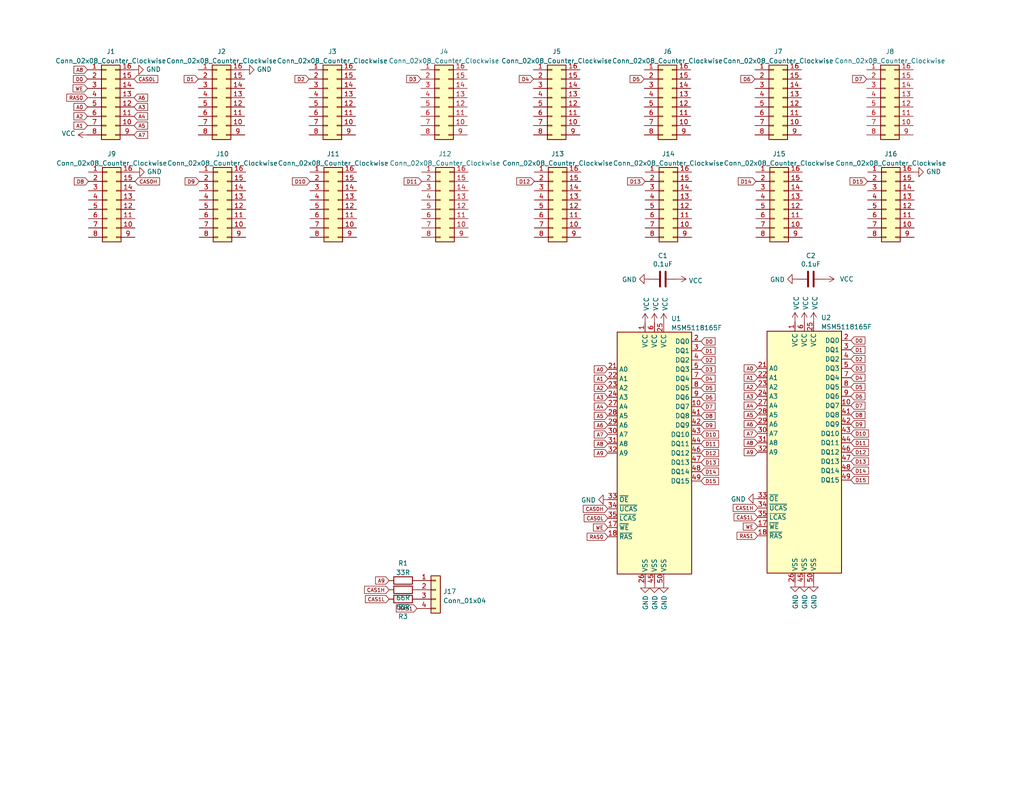
<source format=kicad_sch>
(kicad_sch (version 20211123) (generator eeschema)
  (paper "A")
  (title_block (title "Atari ST 4MB Memory Expansion") (date "2023-09-22") (comment 3 "© 2023 BackBit") (comment 4 "Author: Evie Salomon"))
  (lib_symbols
    (symbol "Connector_Generic:Conn_01x04" (pin_names (offset 1.016) hide)
      (property "Reference" "J" (at 0 5.08 0))
      (property "Value" "Conn_01x04" (at 0 -7.62 0))
      (symbol "Conn_01x04_1_1"
        (rectangle (start -1.27 -4.953) (end 0 -5.207) (stroke (width 0.1524)))
        (rectangle (start -1.27 -2.413) (end 0 -2.667) (stroke (width 0.1524)))
        (rectangle (start -1.27 0.127) (end 0 -0.127) (stroke (width 0.1524)))
        (rectangle (start -1.27 2.667) (end 0 2.413) (stroke (width 0.1524)))
        (rectangle (start -1.27 3.81) (end 1.27 -6.35) (stroke (width 0.254)) (fill (type background)))
        (pin passive line (at -5.08 2.54 0) (length 3.81) (name "Pin_1") (number "1"))
        (pin passive line (at -5.08 0 0) (length 3.81) (name "Pin_2") (number "2"))
        (pin passive line (at -5.08 -2.54 0) (length 3.81) (name "Pin_3") (number "3"))
        (pin passive line (at -5.08 -5.08 0) (length 3.81) (name "Pin_4") (number "4"))
      )
    )
    (symbol "Connector_Generic:Conn_02x08_Counter_Clockwise" (pin_names (offset 1.016) hide)
      (property "Reference" "J" (at 1.27 10.16 0))
      (property "Value" "Conn_02x08_Counter_Clockwise" (at 1.27 -12.7 0))
      (symbol "Conn_02x08_Counter_Clockwise_1_1"
        (rectangle (start -1.27 -10.033) (end 0 -10.287) (stroke (width 0.1524)))
        (rectangle (start -1.27 -7.493) (end 0 -7.747) (stroke (width 0.1524)))
        (rectangle (start -1.27 -4.953) (end 0 -5.207) (stroke (width 0.1524)))
        (rectangle (start -1.27 -2.413) (end 0 -2.667) (stroke (width 0.1524)))
        (rectangle (start -1.27 0.127) (end 0 -0.127) (stroke (width 0.1524)))
        (rectangle (start -1.27 2.667) (end 0 2.413) (stroke (width 0.1524)))
        (rectangle (start -1.27 5.207) (end 0 4.953) (stroke (width 0.1524)))
        (rectangle (start -1.27 7.747) (end 0 7.493) (stroke (width 0.1524)))
        (rectangle (start -1.27 8.89) (end 3.81 -11.43) (stroke (width 0.254)) (fill (type background)))
        (rectangle (start 3.81 -10.033) (end 2.54 -10.287) (stroke (width 0.1524)))
        (rectangle (start 3.81 -7.493) (end 2.54 -7.747) (stroke (width 0.1524)))
        (rectangle (start 3.81 -4.953) (end 2.54 -5.207) (stroke (width 0.1524)))
        (rectangle (start 3.81 -2.413) (end 2.54 -2.667) (stroke (width 0.1524)))
        (rectangle (start 3.81 0.127) (end 2.54 -0.127) (stroke (width 0.1524)))
        (rectangle (start 3.81 2.667) (end 2.54 2.413) (stroke (width 0.1524)))
        (rectangle (start 3.81 5.207) (end 2.54 4.953) (stroke (width 0.1524)))
        (rectangle (start 3.81 7.747) (end 2.54 7.493) (stroke (width 0.1524)))
        (pin passive line (at -5.08 7.62 0) (length 3.81) (name "Pin_1") (number "1"))
        (pin passive line (at 7.62 -7.62 180) (length 3.81) (name "Pin_10") (number "10"))
        (pin passive line (at 7.62 -5.08 180) (length 3.81) (name "Pin_11") (number "11"))
        (pin passive line (at 7.62 -2.54 180) (length 3.81) (name "Pin_12") (number "12"))
        (pin passive line (at 7.62 0 180) (length 3.81) (name "Pin_13") (number "13"))
        (pin passive line (at 7.62 2.54 180) (length 3.81) (name "Pin_14") (number "14"))
        (pin passive line (at 7.62 5.08 180) (length 3.81) (name "Pin_15") (number "15"))
        (pin passive line (at 7.62 7.62 180) (length 3.81) (name "Pin_16") (number "16"))
        (pin passive line (at -5.08 5.08 0) (length 3.81) (name "Pin_2") (number "2"))
        (pin passive line (at -5.08 2.54 0) (length 3.81) (name "Pin_3") (number "3"))
        (pin passive line (at -5.08 0 0) (length 3.81) (name "Pin_4") (number "4"))
        (pin passive line (at -5.08 -2.54 0) (length 3.81) (name "Pin_5") (number "5"))
        (pin passive line (at -5.08 -5.08 0) (length 3.81) (name "Pin_6") (number "6"))
        (pin passive line (at -5.08 -7.62 0) (length 3.81) (name "Pin_7") (number "7"))
        (pin passive line (at -5.08 -10.16 0) (length 3.81) (name "Pin_8") (number "8"))
        (pin passive line (at 7.62 -10.16 180) (length 3.81) (name "Pin_9") (number "9"))
      )
    )
    (symbol "Device:C" (pin_numbers hide) (pin_names (offset 0.254))
      (property "Reference" "C" (at 0.635 2.54 0))
      (property "Value" "C" (at 0.635 -2.54 0))
      (symbol "C_0_1"
        (polyline (pts (xy -2.032 -0.762) (xy 2.032 -0.762)) (stroke (width 0.508)))
        (polyline (pts (xy -2.032 0.762) (xy 2.032 0.762)) (stroke (width 0.508)))
      )
      (symbol "C_1_1"
        (pin passive line (at 0 3.81 270) (length 2.794) (name "~") (number "1"))
        (pin passive line (at 0 -3.81 90) (length 2.794) (name "~") (number "2"))
      )
    )
    (symbol "Device:R" (pin_numbers hide) (pin_names (offset 0))
      (property "Reference" "R" (at 2.032 0 90))
      (property "Value" "R" (at 0 0 90))
      (symbol "R_0_1"
        (rectangle (start -1.016 -2.54) (end 1.016 2.54) (stroke (width 0.254)))
      )
      (symbol "R_1_1"
        (pin passive line (at 0 3.81 270) (length 1.27) (name "~") (number "1"))
        (pin passive line (at 0 -3.81 90) (length 1.27) (name "~") (number "2"))
      )
    )
    (symbol "Memory_RAM:MSM5118165F"
      (property "Reference" "U?" (at 2.0194 36.7198 0))
      (property "Value" "MSM5118165F" (at 2.0194 34.1829 0))
      (symbol "MSM5118165F_0_1"
        (rectangle (start -10.16 33.02) (end 10.16 -33.02) (stroke (width 0.254)) (fill (type background)))
      )
      (symbol "MSM5118165F_1_1"
        (pin power_in line (at -2.54 35.56 270) (length 2.54) (name "VCC") (number "1"))
        (pin bidirectional line (at 12.7 12.7 180) (length 2.54) (name "DQ7") (number "10"))
        (pin no_connect line (at 10.16 -12.065 180) (length 2.54) hide (name "NC") (number "11"))
        (pin no_connect line (at 10.16 -14.605 180) (length 2.54) hide (name "NC") (number "15"))
        (pin no_connect line (at 10.16 -17.145 180) (length 2.54) hide (name "NC") (number "16"))
        (pin input line (at -12.7 -20.32 0) (length 2.54) (name "~{WE}") (number "17"))
        (pin input line (at -12.7 -22.86 0) (length 2.54) (name "~{RAS}") (number "18"))
        (pin no_connect line (at 10.16 -19.685 180) (length 2.54) hide (name "NC") (number "19"))
        (pin bidirectional line (at 12.7 30.48 180) (length 2.54) (name "DQ0") (number "2"))
        (pin no_connect line (at 10.16 -22.225 180) (length 2.54) hide (name "NC") (number "20"))
        (pin input line (at -12.7 22.86 0) (length 2.54) (name "A0") (number "21"))
        (pin input line (at -12.7 20.32 0) (length 2.54) (name "A1") (number "22"))
        (pin input line (at -12.7 17.78 0) (length 2.54) (name "A2") (number "23"))
        (pin input line (at -12.7 15.24 0) (length 2.54) (name "A3") (number "24"))
        (pin power_in line (at 2.54 35.56 270) (length 2.54) (name "VCC") (number "25"))
        (pin power_in line (at -2.54 -35.56 90) (length 2.54) (name "VSS") (number "26"))
        (pin input line (at -12.7 12.7 0) (length 2.54) (name "A4") (number "27"))
        (pin input line (at -12.7 10.16 0) (length 2.54) (name "A5") (number "28"))
        (pin input line (at -12.7 7.62 0) (length 2.54) (name "A6") (number "29"))
        (pin bidirectional line (at 12.7 27.94 180) (length 2.54) (name "DQ1") (number "3"))
        (pin input line (at -12.7 5.08 0) (length 2.54) (name "A7") (number "30"))
        (pin input line (at -12.7 2.54 0) (length 2.54) (name "A8") (number "31"))
        (pin input line (at -12.7 0 0) (length 2.54) (name "A9") (number "32"))
        (pin input line (at -12.7 -12.7 0) (length 2.54) (name "~{OE}") (number "33"))
        (pin input line (at -12.7 -15.24 0) (length 2.54) (name "~{UCAS}") (number "34"))
        (pin input line (at -12.7 -17.78 0) (length 2.54) (name "~{LCAS}") (number "35"))
        (pin no_connect line (at 10.16 -24.765 180) (length 2.54) hide (name "NC") (number "36"))
        (pin bidirectional line (at 12.7 25.4 180) (length 2.54) (name "DQ2") (number "4"))
        (pin no_connect line (at 10.16 -27.305 180) (length 2.54) hide (name "NC") (number "40"))
        (pin bidirectional line (at 12.7 10.16 180) (length 2.54) (name "DQ8") (number "41"))
        (pin bidirectional line (at 12.7 7.62 180) (length 2.54) (name "DQ9") (number "42"))
        (pin bidirectional line (at 12.7 5.08 180) (length 2.54) (name "DQ10") (number "43"))
        (pin bidirectional line (at 12.7 2.54 180) (length 2.54) (name "DQ11") (number "44"))
        (pin power_in line (at 0 -35.56 90) (length 2.54) (name "VSS") (number "45"))
        (pin bidirectional line (at 12.7 0 180) (length 2.54) (name "DQ12") (number "46"))
        (pin bidirectional line (at 12.7 -2.54 180) (length 2.54) (name "DQ13") (number "47"))
        (pin bidirectional line (at 12.7 -5.08 180) (length 2.54) (name "DQ14") (number "48"))
        (pin bidirectional line (at 12.7 -7.62 180) (length 2.54) (name "DQ15") (number "49"))
        (pin bidirectional line (at 12.7 22.86 180) (length 2.54) (name "DQ3") (number "5"))
        (pin power_in line (at 2.54 -35.56 90) (length 2.54) (name "VSS") (number "50"))
        (pin power_in line (at 0 35.56 270) (length 2.54) (name "VCC") (number "6"))
        (pin bidirectional line (at 12.7 20.32 180) (length 2.54) (name "DQ4") (number "7"))
        (pin bidirectional line (at 12.7 17.78 180) (length 2.54) (name "DQ5") (number "8"))
        (pin bidirectional line (at 12.7 15.24 180) (length 2.54) (name "DQ6") (number "9"))
      )
    )
    (symbol "power:GND" (power) (pin_names (offset 0))
      (property "Value" "GND" (at 0 -3.81 0))
      (symbol "GND_0_1"
        (polyline (pts (xy 0 0) (xy 0 -1.27) (xy 1.27 -1.27) (xy 0 -2.54) (xy -1.27 -1.27) (xy 0 -1.27)))
      )
      (symbol "GND_1_1"
        (pin power_in line (at 0 0 270) (length 0) hide (name "GND") (number "1"))
      )
    )
    (symbol "power:VCC" (power) (pin_names (offset 0))
      (property "Value" "VCC" (at 0 3.81 0))
      (symbol "VCC_0_1"
        (polyline (pts (xy -0.762 1.27) (xy 0 2.54)))
        (polyline (pts (xy 0 0) (xy 0 2.54)))
        (polyline (pts (xy 0 2.54) (xy 0.762 1.27)))
      )
      (symbol "VCC_1_1"
        (pin power_in line (at 0 0 90) (length 0) hide (name "VCC") (number "1"))
      )
    )
  )
  (global_label "D9" (shape input) (at 232.156 115.824 0) (effects (font (size 1 1))) (property "Intersheet References" "${INTERSHEET_REFS}" (effects hide)))
  (global_label "A5" (shape input) (at 165.862 113.538 180) (effects (font (size 1 1))) (property "Intersheet References" "${INTERSHEET_REFS}" (effects hide)))
  (global_label "CAS1L" (shape input) (at 106.172 163.576 180) (effects (font (size 1 1))) (property "Intersheet References" "${INTERSHEET_REFS}" (effects hide)))
  (global_label "D8" (shape input) (at 24.13 49.53 180) (effects (font (size 1 1))) (property "Intersheet References" "${INTERSHEET_REFS}" (effects hide)))
  (global_label "A0" (shape input) (at 206.756 100.584 180) (effects (font (size 1 1))) (property "Intersheet References" "${INTERSHEET_REFS}" (effects hide)))
  (global_label "CAS0L" (shape input) (at 165.862 141.478 180) (effects (font (size 1 1))) (property "Intersheet References" "${INTERSHEET_REFS}" (effects hide)))
  (global_label "D10" (shape input) (at 191.262 118.618 0) (effects (font (size 1 1))) (property "Intersheet References" "${INTERSHEET_REFS}" (effects hide)))
  (global_label "A5" (shape input) (at 206.756 113.284 180) (effects (font (size 1 1))) (property "Intersheet References" "${INTERSHEET_REFS}" (effects hide)))
  (global_label "D7" (shape input) (at 236.474 21.59 180) (effects (font (size 1 1))) (property "Intersheet References" "${INTERSHEET_REFS}" (effects hide)))
  (global_label "D6" (shape input) (at 205.994 21.59 180) (effects (font (size 1 1))) (property "Intersheet References" "${INTERSHEET_REFS}" (effects hide)))
  (global_label "A7" (shape input) (at 36.576 36.83 0) (effects (font (size 1 1))) (property "Intersheet References" "${INTERSHEET_REFS}" (effects hide)))
  (global_label "A3" (shape input) (at 165.862 108.458 180) (effects (font (size 1 1))) (property "Intersheet References" "${INTERSHEET_REFS}" (effects hide)))
  (global_label "CAS0H" (shape input) (at 36.83 49.53 0) (effects (font (size 1 1))) (property "Intersheet References" "${INTERSHEET_REFS}" (effects hide)))
  (global_label "D4" (shape input) (at 191.262 103.378 0) (effects (font (size 1 1))) (property "Intersheet References" "${INTERSHEET_REFS}" (effects hide)))
  (global_label "D0" (shape input) (at 232.156 92.964 0) (effects (font (size 1 1))) (property "Intersheet References" "${INTERSHEET_REFS}" (effects hide)))
  (global_label "D15" (shape input) (at 232.156 131.064 0) (effects (font (size 1 1))) (property "Intersheet References" "${INTERSHEET_REFS}" (effects hide)))
  (global_label "D1" (shape input) (at 191.262 95.758 0) (effects (font (size 1 1))) (property "Intersheet References" "${INTERSHEET_REFS}" (effects hide)))
  (global_label "A0" (shape input) (at 23.876 29.21 180) (effects (font (size 1 1))) (property "Intersheet References" "${INTERSHEET_REFS}" (effects hide)))
  (global_label "A1" (shape input) (at 206.756 103.124 180) (effects (font (size 1 1))) (property "Intersheet References" "${INTERSHEET_REFS}" (effects hide)))
  (global_label "D1" (shape input) (at 54.102 21.59 180) (effects (font (size 1 1))) (property "Intersheet References" "${INTERSHEET_REFS}" (effects hide)))
  (global_label "D0" (shape input) (at 23.876 21.59 180) (effects (font (size 1 1))) (property "Intersheet References" "${INTERSHEET_REFS}" (effects hide)))
  (global_label "D8" (shape input) (at 191.262 113.538 0) (effects (font (size 1 1))) (property "Intersheet References" "${INTERSHEET_REFS}" (effects hide)))
  (global_label "D3" (shape input) (at 191.262 100.838 0) (effects (font (size 1 1))) (property "Intersheet References" "${INTERSHEET_REFS}" (effects hide)))
  (global_label "D4" (shape input) (at 232.156 103.124 0) (effects (font (size 1 1))) (property "Intersheet References" "${INTERSHEET_REFS}" (effects hide)))
  (global_label "D1" (shape input) (at 232.156 95.504 0) (effects (font (size 1 1))) (property "Intersheet References" "${INTERSHEET_REFS}" (effects hide)))
  (global_label "CAS1L" (shape input) (at 206.756 141.224 180) (effects (font (size 1 1))) (property "Intersheet References" "${INTERSHEET_REFS}" (effects hide)))
  (global_label "D10" (shape input) (at 232.156 118.364 0) (effects (font (size 1 1))) (property "Intersheet References" "${INTERSHEET_REFS}" (effects hide)))
  (global_label "D6" (shape input) (at 232.156 108.204 0) (effects (font (size 1 1))) (property "Intersheet References" "${INTERSHEET_REFS}" (effects hide)))
  (global_label "CAS0L" (shape input) (at 36.576 21.59 0) (effects (font (size 1 1))) (property "Intersheet References" "${INTERSHEET_REFS}" (effects hide)))
  (global_label "RAS0" (shape input) (at 23.876 26.67 180) (effects (font (size 1 1))) (property "Intersheet References" "${INTERSHEET_REFS}" (effects hide)))
  (global_label "A4" (shape input) (at 206.756 110.744 180) (effects (font (size 1 1))) (property "Intersheet References" "${INTERSHEET_REFS}" (effects hide)))
  (global_label "WE" (shape input) (at 23.876 24.13 180) (effects (font (size 1 1))) (property "Intersheet References" "${INTERSHEET_REFS}" (effects hide)))
  (global_label "D14" (shape input) (at 191.262 128.778 0) (effects (font (size 1 1))) (property "Intersheet References" "${INTERSHEET_REFS}" (effects hide)))
  (global_label "D2" (shape input) (at 84.328 21.59 180) (effects (font (size 1 1))) (property "Intersheet References" "${INTERSHEET_REFS}" (effects hide)))
  (global_label "A6" (shape input) (at 206.756 115.824 180) (effects (font (size 1 1))) (property "Intersheet References" "${INTERSHEET_REFS}" (effects hide)))
  (global_label "A7" (shape input) (at 206.756 118.364 180) (effects (font (size 1 1))) (property "Intersheet References" "${INTERSHEET_REFS}" (effects hide)))
  (global_label "A8" (shape input) (at 165.862 121.158 180) (effects (font (size 1 1))) (property "Intersheet References" "${INTERSHEET_REFS}" (effects hide)))
  (global_label "WE" (shape input) (at 165.862 144.018 180) (effects (font (size 1 1))) (property "Intersheet References" "${INTERSHEET_REFS}" (effects hide)))
  (global_label "D8" (shape input) (at 232.156 113.284 0) (effects (font (size 1 1))) (property "Intersheet References" "${INTERSHEET_REFS}" (effects hide)))
  (global_label "D10" (shape input) (at 84.582 49.53 180) (effects (font (size 1 1))) (property "Intersheet References" "${INTERSHEET_REFS}" (effects hide)))
  (global_label "D12" (shape input) (at 191.262 123.698 0) (effects (font (size 1 1))) (property "Intersheet References" "${INTERSHEET_REFS}" (effects hide)))
  (global_label "D13" (shape input) (at 191.262 126.238 0) (effects (font (size 1 1))) (property "Intersheet References" "${INTERSHEET_REFS}" (effects hide)))
  (global_label "A9" (shape input) (at 206.756 123.444 180) (effects (font (size 1 1))) (property "Intersheet References" "${INTERSHEET_REFS}" (effects hide)))
  (global_label "A9" (shape input) (at 165.862 123.698 180) (effects (font (size 1 1))) (property "Intersheet References" "${INTERSHEET_REFS}" (effects hide)))
  (global_label "D7" (shape input) (at 191.262 110.998 0) (effects (font (size 1 1))) (property "Intersheet References" "${INTERSHEET_REFS}" (effects hide)))
  (global_label "A4" (shape input) (at 36.576 31.75 0) (effects (font (size 1 1))) (property "Intersheet References" "${INTERSHEET_REFS}" (effects hide)))
  (global_label "D9" (shape input) (at 54.356 49.53 180) (effects (font (size 1 1))) (property "Intersheet References" "${INTERSHEET_REFS}" (effects hide)))
  (global_label "D7" (shape input) (at 232.156 110.744 0) (effects (font (size 1 1))) (property "Intersheet References" "${INTERSHEET_REFS}" (effects hide)))
  (global_label "D2" (shape input) (at 191.262 98.298 0) (effects (font (size 1 1))) (property "Intersheet References" "${INTERSHEET_REFS}" (effects hide)))
  (global_label "D11" (shape input) (at 191.262 121.158 0) (effects (font (size 1 1))) (property "Intersheet References" "${INTERSHEET_REFS}" (effects hide)))
  (global_label "D12" (shape input) (at 145.796 49.53 180) (effects (font (size 1 1))) (property "Intersheet References" "${INTERSHEET_REFS}" (effects hide)))
  (global_label "D13" (shape input) (at 232.156 125.984 0) (effects (font (size 1 1))) (property "Intersheet References" "${INTERSHEET_REFS}" (effects hide)))
  (global_label "A3" (shape input) (at 36.576 29.21 0) (effects (font (size 1 1))) (property "Intersheet References" "${INTERSHEET_REFS}" (effects hide)))
  (global_label "D12" (shape input) (at 232.156 123.444 0) (effects (font (size 1 1))) (property "Intersheet References" "${INTERSHEET_REFS}" (effects hide)))
  (global_label "D15" (shape input) (at 191.262 131.318 0) (effects (font (size 1 1))) (property "Intersheet References" "${INTERSHEET_REFS}" (effects hide)))
  (global_label "D14" (shape input) (at 206.248 49.53 180) (effects (font (size 1 1))) (property "Intersheet References" "${INTERSHEET_REFS}" (effects hide)))
  (global_label "D3" (shape input) (at 232.156 100.584 0) (effects (font (size 1 1))) (property "Intersheet References" "${INTERSHEET_REFS}" (effects hide)))
  (global_label "A4" (shape input) (at 165.862 110.998 180) (effects (font (size 1 1))) (property "Intersheet References" "${INTERSHEET_REFS}" (effects hide)))
  (global_label "RAS1" (shape input) (at 113.792 166.116 180) (effects (font (size 1 1))) (property "Intersheet References" "${INTERSHEET_REFS}" (effects hide)))
  (global_label "A2" (shape input) (at 23.876 31.75 180) (effects (font (size 1 1))) (property "Intersheet References" "${INTERSHEET_REFS}" (effects hide)))
  (global_label "A2" (shape input) (at 165.862 105.918 180) (effects (font (size 1 1))) (property "Intersheet References" "${INTERSHEET_REFS}" (effects hide)))
  (global_label "A6" (shape input) (at 165.862 116.078 180) (effects (font (size 1 1))) (property "Intersheet References" "${INTERSHEET_REFS}" (effects hide)))
  (global_label "D3" (shape input) (at 114.808 21.59 180) (effects (font (size 1 1))) (property "Intersheet References" "${INTERSHEET_REFS}" (effects hide)))
  (global_label "D11" (shape input) (at 115.062 49.53 180) (effects (font (size 1 1))) (property "Intersheet References" "${INTERSHEET_REFS}" (effects hide)))
  (global_label "A5" (shape input) (at 36.576 34.29 0) (effects (font (size 1 1))) (property "Intersheet References" "${INTERSHEET_REFS}" (effects hide)))
  (global_label "D0" (shape input) (at 191.262 93.218 0) (effects (font (size 1 1))) (property "Intersheet References" "${INTERSHEET_REFS}" (effects hide)))
  (global_label "A1" (shape input) (at 23.876 34.29 180) (effects (font (size 1 1))) (property "Intersheet References" "${INTERSHEET_REFS}" (effects hide)))
  (global_label "A8" (shape input) (at 23.876 19.05 180) (effects (font (size 1 1))) (property "Intersheet References" "${INTERSHEET_REFS}" (effects hide)))
  (global_label "A3" (shape input) (at 206.756 108.204 180) (effects (font (size 1 1))) (property "Intersheet References" "${INTERSHEET_REFS}" (effects hide)))
  (global_label "A6" (shape input) (at 36.576 26.67 0) (effects (font (size 1 1))) (property "Intersheet References" "${INTERSHEET_REFS}" (effects hide)))
  (global_label "RAS1" (shape input) (at 206.756 146.304 180) (effects (font (size 1 1))) (property "Intersheet References" "${INTERSHEET_REFS}" (effects hide)))
  (global_label "D13" (shape input) (at 176.022 49.53 180) (effects (font (size 1 1))) (property "Intersheet References" "${INTERSHEET_REFS}" (effects hide)))
  (global_label "D11" (shape input) (at 232.156 120.904 0) (effects (font (size 1 1))) (property "Intersheet References" "${INTERSHEET_REFS}" (effects hide)))
  (global_label "D14" (shape input) (at 232.156 128.524 0) (effects (font (size 1 1))) (property "Intersheet References" "${INTERSHEET_REFS}" (effects hide)))
  (global_label "A7" (shape input) (at 165.862 118.618 180) (effects (font (size 1 1))) (property "Intersheet References" "${INTERSHEET_REFS}" (effects hide)))
  (global_label "D5" (shape input) (at 232.156 105.664 0) (effects (font (size 1 1))) (property "Intersheet References" "${INTERSHEET_REFS}" (effects hide)))
  (global_label "CAS0H" (shape input) (at 165.862 138.938 180) (effects (font (size 1 1))) (property "Intersheet References" "${INTERSHEET_REFS}" (effects hide)))
  (global_label "D15" (shape input) (at 236.728 49.53 180) (effects (font (size 1 1))) (property "Intersheet References" "${INTERSHEET_REFS}" (effects hide)))
  (global_label "D5" (shape input) (at 191.262 105.918 0) (effects (font (size 1 1))) (property "Intersheet References" "${INTERSHEET_REFS}" (effects hide)))
  (global_label "A0" (shape input) (at 165.862 100.838 180) (effects (font (size 1 1))) (property "Intersheet References" "${INTERSHEET_REFS}" (effects hide)))
  (global_label "D5" (shape input) (at 175.768 21.59 180) (effects (font (size 1 1))) (property "Intersheet References" "${INTERSHEET_REFS}" (effects hide)))
  (global_label "D4" (shape input) (at 145.542 21.59 180) (effects (font (size 1 1))) (property "Intersheet References" "${INTERSHEET_REFS}" (effects hide)))
  (global_label "D2" (shape input) (at 232.156 98.044 0) (effects (font (size 1 1))) (property "Intersheet References" "${INTERSHEET_REFS}" (effects hide)))
  (global_label "CAS1H" (shape input) (at 206.756 138.684 180) (effects (font (size 1 1))) (property "Intersheet References" "${INTERSHEET_REFS}" (effects hide)))
  (global_label "CAS1H" (shape input) (at 106.172 161.036 180) (effects (font (size 1 1))) (property "Intersheet References" "${INTERSHEET_REFS}" (effects hide)))
  (global_label "D6" (shape input) (at 191.262 108.458 0) (effects (font (size 1 1))) (property "Intersheet References" "${INTERSHEET_REFS}" (effects hide)))
  (global_label "RAS0" (shape input) (at 165.862 146.558 180) (effects (font (size 1 1))) (property "Intersheet References" "${INTERSHEET_REFS}" (effects hide)))
  (global_label "A8" (shape input) (at 206.756 120.904 180) (effects (font (size 1 1))) (property "Intersheet References" "${INTERSHEET_REFS}" (effects hide)))
  (global_label "D9" (shape input) (at 191.262 116.078 0) (effects (font (size 1 1))) (property "Intersheet References" "${INTERSHEET_REFS}" (effects hide)))
  (global_label "WE" (shape input) (at 206.756 143.764 180) (effects (font (size 1 1))) (property "Intersheet References" "${INTERSHEET_REFS}" (effects hide)))
  (global_label "A9" (shape input) (at 106.172 158.496 180) (effects (font (size 1 1))) (property "Intersheet References" "${INTERSHEET_REFS}" (effects hide)))
  (global_label "A1" (shape input) (at 165.862 103.378 180) (effects (font (size 1 1))) (property "Intersheet References" "${INTERSHEET_REFS}" (effects hide)))
  (global_label "A2" (shape input) (at 206.756 105.664 180) (effects (font (size 1 1))) (property "Intersheet References" "${INTERSHEET_REFS}" (effects hide)))
  (symbol (lib_id "power:VCC") (at 176.022 88.138 0) (unit 1)
    (property "Reference" "#PWR0113" (effects hide))
    (property "Value" "VCC" (at 176.403 84.9122 90) (effects (justify left)))
  )
  (symbol (lib_id "Device:R") (at 109.982 161.036 90) (mirror x) (unit 1)
    (property "Reference" "R4" (at 109.982 165.7518 90))
    (property "Value" "66R" (at 109.982 163.2149 90))
    (property "Footprint" "Resistor_THT:R_Axial_DIN0207_L6.3mm_D2.5mm_P7.62mm_Horizontal" (effects hide))
  )
  (symbol (lib_id "Device:C") (at 221.234 76.2 270) (unit 1)
    (property "Reference" "C2" (at 221.234 69.7992 90))
    (property "Value" "0.1uF" (at 221.234 72.1106 90))
    (property "Footprint" "Capacitor_SMD:C_1206_3216Metric" (effects hide))
  )
  (symbol (lib_id "power:GND") (at 216.916 159.004 0) (unit 1)
    (property "Reference" "#PWR0119" (effects hide))
    (property "Value" "GND" (at 217.043 162.2552 90) (effects (justify right)))
  )
  (symbol (lib_id "Connector_Generic:Conn_02x08_Counter_Clockwise") (at 119.888 26.67 0) (unit 1)
    (property "Reference" "J4" (at 121.158 14.0802 0))
    (property "Value" "Conn_02x08_Counter_Clockwise" (at 121.158 16.6171 0))
    (property "Footprint" "Symbols:DIP-16-TOP_2_ROWS_W7.62mm" (effects hide))
  )
  (symbol (lib_id "power:VCC") (at 216.916 87.884 0) (unit 1)
    (property "Reference" "#PWR0105" (effects hide))
    (property "Value" "VCC" (at 217.297 84.6582 90) (effects (justify left)))
  )
  (symbol (lib_id "power:GND") (at 165.862 136.398 270) (unit 1)
    (property "Reference" "#PWR0134" (effects hide))
    (property "Value" "GND" (at 162.6108 136.525 90) (effects (justify right)))
  )
  (symbol (lib_id "power:GND") (at 177.038 76.2 270) (unit 1)
    (property "Reference" "#PWR0103" (effects hide))
    (property "Value" "GND" (at 173.7868 76.327 90) (effects (justify right)))
  )
  (symbol (lib_id "power:VCC") (at 181.102 88.138 0) (unit 1)
    (property "Reference" "#PWR0101" (effects hide))
    (property "Value" "VCC" (at 181.483 84.9122 90) (effects (justify left)))
  )
  (symbol (lib_id "power:GND") (at 176.022 159.258 0) (unit 1)
    (property "Reference" "#PWR0131" (effects hide))
    (property "Value" "GND" (at 176.149 162.5092 90) (effects (justify right)))
  )
  (symbol (lib_id "Connector_Generic:Conn_02x08_Counter_Clockwise") (at 241.554 26.67 0) (unit 1)
    (property "Reference" "J8" (at 242.824 14.0802 0))
    (property "Value" "Conn_02x08_Counter_Clockwise" (at 242.824 16.6171 0))
    (property "Footprint" "Symbols:DIP-16-TOP_2_ROWS_W7.62mm" (effects hide))
  )
  (symbol (lib_id "Connector_Generic:Conn_02x08_Counter_Clockwise") (at 59.182 26.67 0) (unit 1)
    (property "Reference" "J2" (at 60.452 14.0802 0))
    (property "Value" "Conn_02x08_Counter_Clockwise" (at 60.452 16.6171 0))
    (property "Footprint" "Symbols:DIP-16-TOP_2_ROWS_W7.62mm" (effects hide))
  )
  (symbol (lib_id "Connector_Generic:Conn_02x08_Counter_Clockwise") (at 89.408 26.67 0) (unit 1)
    (property "Reference" "J3" (at 90.678 14.0802 0))
    (property "Value" "Conn_02x08_Counter_Clockwise" (at 90.678 16.6171 0))
    (property "Footprint" "Symbols:DIP-16-TOP_2_ROWS_W7.62mm" (effects hide))
  )
  (symbol (lib_id "Connector_Generic:Conn_02x08_Counter_Clockwise") (at 180.848 26.67 0) (unit 1)
    (property "Reference" "J6" (at 182.118 14.0802 0))
    (property "Value" "Conn_02x08_Counter_Clockwise" (at 182.118 16.6171 0))
    (property "Footprint" "Symbols:DIP-16-TOP_2_ROWS_W7.62mm" (effects hide))
  )
  (symbol (lib_id "Device:C") (at 180.848 76.2 270) (unit 1)
    (property "Reference" "C1" (at 180.848 69.7992 90))
    (property "Value" "0.1uF" (at 180.848 72.1106 90))
    (property "Footprint" "Capacitor_SMD:C_1206_3216Metric" (effects hide))
  )
  (symbol (lib_id "Connector_Generic:Conn_01x04") (at 118.872 161.036 0) (unit 1)
    (property "Reference" "J17" (at 120.904 161.4713 0) (effects (justify left)))
    (property "Value" "Conn_01x04" (at 120.904 164.0082 0) (effects (justify left)))
    (property "Footprint" "Connector_PinHeader_2.54mm:PinHeader_1x04_P2.54mm_Vertical" (effects hide))
  )
  (symbol (lib_id "power:VCC") (at 219.456 87.884 0) (unit 1)
    (property "Reference" "#PWR0106" (effects hide))
    (property "Value" "VCC" (at 219.837 84.6582 90) (effects (justify left)))
  )
  (symbol (lib_id "power:GND") (at 181.102 159.258 0) (unit 1)
    (property "Reference" "#PWR0132" (effects hide))
    (property "Value" "GND" (at 181.229 162.5092 90) (effects (justify right)))
  )
  (symbol (lib_id "power:VCC") (at 225.044 76.2 270) (unit 1)
    (property "Reference" "#PWR0109" (effects hide))
    (property "Value" "VCC" (at 229.108 76.2 90) (effects (justify left)))
  )
  (symbol (lib_id "Memory_RAM:MSM5118165F") (at 178.562 123.698 0) (unit 1)
    (property "Reference" "U1" (at 183.1214 86.9782 0) (effects (justify left)))
    (property "Value" "MSM5118165F" (at 183.1214 89.5151 0) (effects (justify left)))
    (property "Footprint" "Package_SO:TSOP-II-50_44_10.16x18.41mm_P0.8mm_HandSolder" (effects hide))
    (property "Datasheet" "https://www.alliancememory.com/wp-content/uploads/pdf/dram/64M-AS4C4M16SA-CI_v3.0_March%202015.pdf" (effects hide))
  )
  (symbol (lib_id "power:VCC") (at 23.876 36.83 90) (unit 1)
    (property "Reference" "#PWR0110" (effects hide))
    (property "Value" "VCC" (at 20.6502 36.449 90) (effects (justify left)))
  )
  (symbol (lib_id "Connector_Generic:Conn_02x08_Counter_Clockwise") (at 181.102 54.61 0) (unit 1)
    (property "Reference" "J14" (at 182.372 42.0202 0))
    (property "Value" "Conn_02x08_Counter_Clockwise" (at 182.372 44.5571 0))
    (property "Footprint" "Symbols:DIP-16-TOP_2_ROWS_W7.62mm" (effects hide))
  )
  (symbol (lib_id "Connector_Generic:Conn_02x08_Counter_Clockwise") (at 211.074 26.67 0) (unit 1)
    (property "Reference" "J7" (at 212.344 14.0802 0))
    (property "Value" "Conn_02x08_Counter_Clockwise" (at 212.344 16.6171 0))
    (property "Footprint" "Symbols:DIP-16-TOP_2_ROWS_W7.62mm" (effects hide))
  )
  (symbol (lib_id "power:GND") (at 66.802 19.05 90) (unit 1)
    (property "Reference" "#PWR0121" (effects hide))
    (property "Value" "GND" (at 70.0532 18.923 90) (effects (justify right)))
  )
  (symbol (lib_id "power:GND") (at 219.456 159.004 0) (unit 1)
    (property "Reference" "#PWR0118" (effects hide))
    (property "Value" "GND" (at 219.583 162.2552 90) (effects (justify right)))
  )
  (symbol (lib_id "power:VCC") (at 184.658 76.2 270) (unit 1)
    (property "Reference" "#PWR0104" (effects hide))
    (property "Value" "VCC" (at 187.9092 76.6318 90) (effects (justify left)))
  )
  (symbol (lib_id "power:GND") (at 221.996 159.004 0) (unit 1)
    (property "Reference" "#PWR0120" (effects hide))
    (property "Value" "GND" (at 222.123 162.2552 90) (effects (justify right)))
  )
  (symbol (lib_id "Connector_Generic:Conn_02x08_Counter_Clockwise") (at 59.436 54.61 0) (unit 1)
    (property "Reference" "J10" (at 60.706 42.0202 0))
    (property "Value" "Conn_02x08_Counter_Clockwise" (at 60.706 44.5571 0))
    (property "Footprint" "Symbols:DIP-16-TOP_2_ROWS_W7.62mm" (effects hide))
  )
  (symbol (lib_id "Device:R") (at 109.982 163.576 90) (mirror x) (unit 1)
    (property "Reference" "R3" (at 109.982 168.2918 90))
    (property "Value" "66R" (at 109.982 165.7549 90))
    (property "Footprint" "Resistor_THT:R_Axial_DIN0207_L6.3mm_D2.5mm_P7.62mm_Horizontal" (effects hide))
  )
  (symbol (lib_id "power:GND") (at 206.756 136.144 270) (unit 1)
    (property "Reference" "#PWR0117" (effects hide))
    (property "Value" "GND" (at 203.5048 136.271 90) (effects (justify right)))
  )
  (symbol (lib_id "Device:R") (at 109.982 158.496 90) (unit 1)
    (property "Reference" "R1" (at 109.982 153.7802 90))
    (property "Value" "33R" (at 109.982 156.3171 90))
    (property "Footprint" "Resistor_THT:R_Axial_DIN0207_L6.3mm_D2.5mm_P7.62mm_Horizontal" (effects hide))
  )
  (symbol (lib_id "power:GND") (at 178.562 159.258 0) (unit 1)
    (property "Reference" "#PWR0133" (effects hide))
    (property "Value" "GND" (at 178.689 162.5092 90) (effects (justify right)))
  )
  (symbol (lib_id "Connector_Generic:Conn_02x08_Counter_Clockwise") (at 241.808 54.61 0) (unit 1)
    (property "Reference" "J16" (at 243.078 42.0202 0))
    (property "Value" "Conn_02x08_Counter_Clockwise" (at 243.078 44.5571 0))
    (property "Footprint" "Package_DIP:DIP-16_W7.62mm_SMALL_HOLES" (effects hide))
  )
  (symbol (lib_id "Connector_Generic:Conn_02x08_Counter_Clockwise") (at 150.876 54.61 0) (unit 1)
    (property "Reference" "J13" (at 152.146 42.0202 0))
    (property "Value" "Conn_02x08_Counter_Clockwise" (at 152.146 44.5571 0))
    (property "Footprint" "Symbols:DIP-16-TOP_2_ROWS_W7.62mm" (effects hide))
  )
  (symbol (lib_id "Connector_Generic:Conn_02x08_Counter_Clockwise") (at 120.142 54.61 0) (unit 1)
    (property "Reference" "J12" (at 121.412 42.0202 0))
    (property "Value" "Conn_02x08_Counter_Clockwise" (at 121.412 44.5571 0))
    (property "Footprint" "Symbols:DIP-16-TOP_2_ROWS_W7.62mm" (effects hide))
  )
  (symbol (lib_id "power:GND") (at 36.83 46.99 90) (unit 1)
    (property "Reference" "#PWR0111" (effects hide))
    (property "Value" "GND" (at 40.0812 46.863 90) (effects (justify right)))
  )
  (symbol (lib_id "Connector_Generic:Conn_02x08_Counter_Clockwise") (at 150.622 26.67 0) (unit 1)
    (property "Reference" "J5" (at 151.892 14.0802 0))
    (property "Value" "Conn_02x08_Counter_Clockwise" (at 151.892 16.6171 0))
    (property "Footprint" "Symbols:DIP-16-TOP_2_ROWS_W7.62mm" (effects hide))
  )
  (symbol (lib_id "power:VCC") (at 221.996 87.884 0) (unit 1)
    (property "Reference" "#PWR0107" (effects hide))
    (property "Value" "VCC" (at 222.377 84.6582 90) (effects (justify left)))
  )
  (symbol (lib_id "power:GND") (at 36.576 19.05 90) (unit 1)
    (property "Reference" "#PWR0114" (effects hide))
    (property "Value" "GND" (at 39.8272 18.923 90) (effects (justify right)))
  )
  (symbol (lib_id "power:GND") (at 217.424 76.2 270) (unit 1)
    (property "Reference" "#PWR0108" (effects hide))
    (property "Value" "GND" (at 214.1728 76.327 90) (effects (justify right)))
  )
  (symbol (lib_id "power:GND") (at 249.428 46.99 90) (unit 1)
    (property "Reference" "#PWR0141" (effects hide))
    (property "Value" "GND" (at 252.6792 46.863 90) (effects (justify right)))
  )
  (symbol (lib_id "Connector_Generic:Conn_02x08_Counter_Clockwise") (at 211.328 54.61 0) (unit 1)
    (property "Reference" "J15" (at 212.598 42.0202 0))
    (property "Value" "Conn_02x08_Counter_Clockwise" (at 212.598 44.5571 0))
    (property "Footprint" "Symbols:DIP-16-TOP_2_ROWS_W7.62mm" (effects hide))
  )
  (symbol (lib_id "Memory_RAM:MSM5118165F") (at 219.456 123.444 0) (unit 1)
    (property "Reference" "U2" (at 224.0154 86.7242 0) (effects (justify left)))
    (property "Value" "MSM5118165F" (at 224.0154 89.2611 0) (effects (justify left)))
    (property "Footprint" "Package_SO:TSOP-II-50_44_10.16x18.41mm_P0.8mm_HandSolder" (effects hide))
    (property "Datasheet" "https://www.alliancememory.com/wp-content/uploads/pdf/dram/64M-AS4C4M16SA-CI_v3.0_March%202015.pdf" (effects hide))
  )
  (symbol (lib_id "Connector_Generic:Conn_02x08_Counter_Clockwise") (at 89.662 54.61 0) (unit 1)
    (property "Reference" "J11" (at 90.932 42.0202 0))
    (property "Value" "Conn_02x08_Counter_Clockwise" (at 90.932 44.5571 0))
    (property "Footprint" "Symbols:DIP-16-TOP_2_ROWS_W7.62mm" (effects hide))
  )
  (symbol (lib_id "Connector_Generic:Conn_02x08_Counter_Clockwise") (at 29.21 54.61 0) (unit 1)
    (property "Reference" "J9" (at 30.48 42.0202 0))
    (property "Value" "Conn_02x08_Counter_Clockwise" (at 30.48 44.5571 0))
    (property "Footprint" "Package_DIP:DIP-16_W7.62mm_SMALL_HOLES" (effects hide))
  )
  (symbol (lib_id "power:VCC") (at 178.562 88.138 0) (unit 1)
    (property "Reference" "#PWR0102" (effects hide))
    (property "Value" "VCC" (at 178.943 84.9122 90) (effects (justify left)))
  )
  (symbol (lib_id "Connector_Generic:Conn_02x08_Counter_Clockwise") (at 28.956 26.67 0) (unit 1)
    (property "Reference" "J1" (at 30.226 14.0802 0))
    (property "Value" "Conn_02x08_Counter_Clockwise" (at 30.226 16.6171 0))
    (property "Footprint" "Package_DIP:DIP-16_W7.62mm_SMALL_HOLES" (effects hide))
  )
)
</source>
